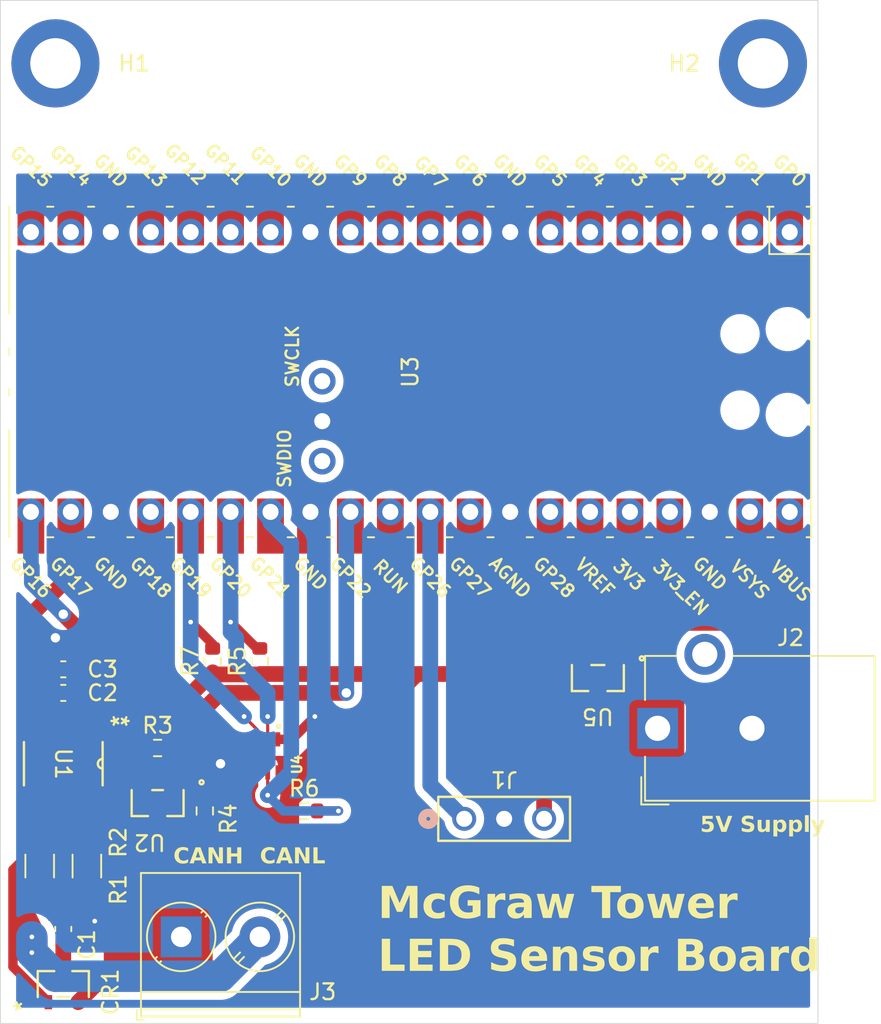
<source format=kicad_pcb>
(kicad_pcb (version 20240108) (generator "pcbnew") (generator_version "8.0")
  (layers (0 "F.Cu" signal) (31 "B.Cu" signal) (34 "B.Paste" user) (35 "F.Paste" user) (36 "B.SilkS" user "B.Silkscreen") (37 "F.SilkS" user "F.Silkscreen") (38 "B.Mask" user) (39 "F.Mask" user) (44 "Edge.Cuts" user))
  (net 0 "")
  (net 1 "GND")
  (net 2 "/CAN_VREF")
  (net 3 "VSYS")
  (net 4 "/CANH")
  (net 5 "/CANL")
  (net 6 "/MIC")
  (net 8 "VBARREL")
  (net 9 "/CAN_ENL")
  (net 10 "/CAN_RS")
  (net 11 "/L_SDA")
  (net 12 "/L_SCL")
  (net 13 "/L_INT")
  (net 14 "/CAN_TX")
  (net 15 "/CAN_RX")
  (net 23 "VBUS")
  (net 28 "+3V3")
  (footprint "TerminalBlock_Phoenix:TerminalBlock_Phoenix_PT-1,5-2-5.0-H_1x02_P5.00mm_Horizontal" (layer "F.Cu") (at 107.5 112)
    (property "Reference" "J3" (at 9 3.5 0) (layer "F.SilkS"))
    (property "Value" "Screw_Terminal_01x02" (hide yes))
    (fp_line (start -2.8 4.66) (end -2.8 5.3) (stroke (width 0.12)) (layer "F.SilkS"))
    (fp_line (start -2.8 5.3) (end -2.4 5.3) (stroke (width 0.12)) (layer "F.SilkS"))
    (fp_line (start -2.56 -4.06) (end -2.56 5.06) (stroke (width 0.12)) (layer "F.SilkS"))
    (fp_line (start -2.56 -4.06) (end 7.56 -4.06) (stroke (width 0.12)) (layer "F.SilkS"))
    (fp_line (start -2.56 3.5) (end 7.56 3.5) (stroke (width 0.12)) (layer "F.SilkS"))
    (fp_line (start -2.56 4.6) (end 7.56 4.6) (stroke (width 0.12)) (layer "F.SilkS"))
    (fp_line (start -2.56 5.06) (end 7.56 5.06) (stroke (width 0.12)) (layer "F.SilkS"))
    (fp_line (start -1.548 1.281) (end -1.654 1.388) (stroke (width 0.12)) (layer "F.SilkS"))
    (fp_line (start -1.282 1.547) (end -1.388 1.654) (stroke (width 0.12)) (layer "F.SilkS"))
    (fp_line (start 1.388 -1.654) (end 1.281 -1.547) (stroke (width 0.12)) (layer "F.SilkS"))
    (fp_line (start 1.654 -1.388) (end 1.547 -1.281) (stroke (width 0.12)) (layer "F.SilkS"))
    (fp_line (start 3.742 0.992) (end 3.347 1.388) (stroke (width 0.12)) (layer "F.SilkS"))
    (fp_line (start 3.993 1.274) (end 3.613 1.654) (stroke (width 0.12)) (layer "F.SilkS"))
    (fp_line (start 6.388 -1.654) (end 6.008 -1.274) (stroke (width 0.12)) (layer "F.SilkS"))
    (fp_line (start 6.654 -1.388) (end 6.259 -0.992) (stroke (width 0.12)) (layer "F.SilkS"))
    (fp_line (start 7.56 -4.06) (end 7.56 5.06) (stroke (width 0.12)) (layer "F.SilkS"))
    (fp_circle (center 0 0) (end 2.18 0) (stroke (width 0.12)) (fill none) (layer "F.SilkS"))
    (fp_circle (center 5 0) (end 7.18 0) (stroke (width 0.12)) (fill none) (layer "F.SilkS"))
    (pad "1" thru_hole rect (at 0 0) (size 2.6 2.6) (drill 1.3) (layers "*.Cu" "*.Mask") (net 4 "/CANH"))
    (pad "2" thru_hole circle (at 5 0) (size 2.6 2.6) (drill 1.3) (layers "*.Cu" "*.Mask") (net 5 "/CANL"))
  )
  (footprint "MountingHole:MountingHole_3.2mm_M3_DIN965_Pad" (layer "F.Cu") (at 99.5 56.5)
    (property "Reference" "H1" (at 5 0 0) (layer "F.SilkS"))
    (property "Value" "MountingHole" (hide yes))
    (pad "1" thru_hole circle (at 0 0) (size 5.6 5.6) (drill 3.2) (layers "*.Cu" "*.Mask"))
  )
  (footprint "pico:RPi_PicoW_SMD_TH" (layer "F.Cu") (at 122.07 76.11 -90)
    (property "Reference" "U3" (at 0 0 90) (layer "F.SilkS"))
    (property "Value" "PicoW" (hide yes))
    (fp_line (start -3.7 25.5) (end -10.5 25.5) (stroke (width 0.12)) (layer "F.SilkS"))
    (fp_line (start -1.5 25.5) (end -1.1 25.5) (stroke (width 0.12)) (layer "F.SilkS"))
    (fp_line (start 1.1 25.5) (end 1.5 25.5) (stroke (width 0.12)) (layer "F.SilkS"))
    (fp_line (start 10.5 25.5) (end 3.7 25.5) (stroke (width 0.12)) (layer "F.SilkS"))
    (fp_line (start -10.5 22.7) (end -10.5 23.1) (stroke (width 0.12)) (layer "F.SilkS"))
    (fp_line (start 10.5 22.7) (end 10.5 23.1) (stroke (width 0.12)) (layer "F.SilkS"))
    (fp_line (start -10.5 20.1) (end -10.5 20.5) (stroke (width 0.12)) (layer "F.SilkS"))
    (fp_line (start 10.5 20.1) (end 10.5 20.5) (stroke (width 0.12)) (layer "F.SilkS"))
    (fp_line (start -10.5 17.6) (end -10.5 18) (stroke (width 0.12)) (layer "F.SilkS"))
    (fp_line (start 10.5 17.6) (end 10.5 18) (stroke (width 0.12)) (layer "F.SilkS"))
    (fp_line (start -10.5 15.1) (end -10.5 15.5) (stroke (width 0.12)) (layer "F.SilkS"))
    (fp_line (start 10.5 15.1) (end 10.5 15.5) (stroke (width 0.12)) (layer "F.SilkS"))
    (fp_line (start -10.5 12.5) (end -10.5 12.9) (stroke (width 0.12)) (layer "F.SilkS"))
    (fp_line (start 10.5 12.5) (end 10.5 12.9) (stroke (width 0.12)) (layer "F.SilkS"))
    (fp_line (start -10.5 10) (end -10.5 10.4) (stroke (width 0.12)) (layer "F.SilkS"))
    (fp_line (start 10.5 10) (end 10.5 10.4) (stroke (width 0.12)) (layer "F.SilkS"))
    (fp_line (start -10.5 7.4) (end -10.5 7.8) (stroke (width 0.12)) (layer "F.SilkS"))
    (fp_line (start 10.5 7.4) (end 10.5 7.8) (stroke (width 0.12)) (layer "F.SilkS"))
    (fp_line (start -10.5 4.9) (end -10.5 5.3) (stroke (width 0.12)) (layer "F.SilkS"))
    (fp_line (start 10.5 4.9) (end 10.5 5.3) (stroke (width 0.12)) (layer "F.SilkS"))
    (fp_line (start -10.5 2.3) (end -10.5 2.7) (stroke (width 0.12)) (layer "F.SilkS"))
    (fp_line (start 10.5 2.3) (end 10.5 2.7) (stroke (width 0.12)) (layer "F.SilkS"))
    (fp_line (start -10.5 -0.2) (end -10.5 0.2) (stroke (width 0.12)) (layer "F.SilkS"))
    (fp_line (start 10.5 -0.2) (end 10.5 0.2) (stroke (width 0.12)) (layer "F.SilkS"))
    (fp_line (start -10.5 -2.7) (end -10.5 -2.3) (stroke (width 0.12)) (layer "F.SilkS"))
    (fp_line (start 10.5 -2.7) (end 10.5 -2.3) (stroke (width 0.12)) (layer "F.SilkS"))
    (fp_line (start -10.5 -5.3) (end -10.5 -4.9) (stroke (width 0.12)) (layer "F.SilkS"))
    (fp_line (start 10.5 -5.3) (end 10.5 -4.9) (stroke (width 0.12)) (layer "F.SilkS"))
    (fp_line (start -10.5 -7.8) (end -10.5 -7.4) (stroke (width 0.12)) (layer "F.SilkS"))
    (fp_line (start 10.5 -7.8) (end 10.5 -7.4) (stroke (width 0.12)) (layer "F.SilkS"))
    (fp_line (start -10.5 -10.4) (end -10.5 -10) (stroke (width 0.12)) (layer "F.SilkS"))
    (fp_line (start 10.5 -10.4) (end 10.5 -10) (stroke (width 0.12)) (layer "F.SilkS"))
    (fp_line (start -10.5 -12.9) (end -10.5 -12.5) (stroke (width 0.12)) (layer "F.SilkS"))
    (fp_line (start 10.5 -12.9) (end 10.5 -12.5) (stroke (width 0.12)) (layer "F.SilkS"))
    (fp_line (start -10.5 -15.4) (end -10.5 -15) (stroke (width 0.12)) (layer "F.SilkS"))
    (fp_line (start 10.5 -15.4) (end 10.5 -15) (stroke (width 0.12)) (layer "F.SilkS"))
    (fp_line (start -10.5 -18) (end -10.5 -17.6) (stroke (width 0.12)) (layer "F.SilkS"))
    (fp_line (start 10.5 -18) (end 10.5 -17.6) (stroke (width 0.12)) (layer "F.SilkS"))
    (fp_line (start -10.5 -20.5) (end -10.5 -20.1) (stroke (width 0.12)) (layer "F.SilkS"))
    (fp_line (start 10.5 -20.5) (end 10.5 -20.1) (stroke (width 0.12)) (layer "F.SilkS"))
    (fp_line (start -10.5 -22.833) (end -7.493 -22.833) (stroke (width 0.12)) (layer "F.SilkS"))
    (fp_line (start -7.493 -22.833) (end -7.493 -25.5) (stroke (width 0.12)) (layer "F.SilkS"))
    (fp_line (start -10.5 -23.1) (end -10.5 -22.7) (stroke (width 0.12)) (layer "F.SilkS"))
    (fp_line (start 10.5 -23.1) (end 10.5 -22.7) (stroke (width 0.12)) (layer "F.SilkS"))
    (fp_line (start -10.5 -25.5) (end -10.5 -25.2) (stroke (width 0.12)) (layer "F.SilkS"))
    (fp_line (start -10.5 -25.5) (end 10.5 -25.5) (stroke (width 0.12)) (layer "F.SilkS"))
    (fp_line (start 10.5 -25.5) (end 10.5 -25.2) (stroke (width 0.12)) (layer "F.SilkS"))
    (fp_text user "3V3" (at 12.9 -13.9 135) (layer "F.SilkS") (effects (font (size 0.8 0.8))))
    (fp_text user "GP26" (at 13.054 -1.27 135) (layer "F.SilkS") (effects (font (size 0.8 0.8))))
    (fp_text user "GP1" (at -12.9 -21.6 135) (layer "F.SilkS") (effects (font (size 0.8 0.8))))
    (fp_text user "GP7" (at -12.7 -1.3 135) (layer "F.SilkS") (effects (font (size 0.8 0.8))))
    (fp_text user "GP11" (at -13.2 11.7525 135) (layer "F.SilkS") (effects (font (size 0.8 0.8))))
    (fp_text user "SWDIO" (at 5.5 8 90) (layer "F.SilkS") (effects (font (size 0.8 0.8))))
    (fp_text user "GP4" (at -12.8 -11.43 135) (layer "F.SilkS") (effects (font (size 0.8 0.8))))
    (fp_text user "GP12" (at -13.2 14.2925 135) (layer "F.SilkS") (effects (font (size 0.8 0.8))))
    (fp_text user "GP27" (at 13.054 -3.8 135) (layer "F.SilkS") (effects (font (size 0.8 0.8))))
    (fp_text user "GP13" (at -13.054 16.8325 135) (layer "F.SilkS") (effects (font (size 0.8 0.8))))
    (fp_text user "GP0" (at -12.8 -24.13 135) (layer "F.SilkS") (effects (font (size 0.8 0.8))))
    (fp_text user "GP17" (at 13.054 21.59 135) (layer "F.SilkS") (effects (font (size 0.8 0.8))))
    (fp_text user "GND" (at 12.8 6.35 135) (layer "F.SilkS") (effects (font (size 0.8 0.8))))
    (fp_text user "GP2" (at -12.9 -16.51 135) (layer "F.SilkS") (effects (font (size 0.8 0.8))))
    (fp_text user "VSYS" (at 13.2 -21.59 135) (layer "F.SilkS") (effects (font (size 0.8 0.8))))
    (fp_text user "GP9" (at -12.8 3.81 135) (layer "F.SilkS") (effects (font (size 0.8 0.8))))
    (fp_text user "GND" (at -12.8 19.05 135) (layer "F.SilkS") (effects (font (size 0.8 0.8))))
    (fp_text user "GND" (at -12.8 -6.35 135) (layer "F.SilkS") (effects (font (size 0.8 0.8))))
    (fp_text user "VREF" (at 13.0675 -11.7425 135) (layer "F.SilkS") (effects (font (size 0.8 0.8))))
    (fp_text user "RUN" (at 13 1.27 135) (layer "F.SilkS") (effects (font (size 0.8 0.8))))
    (fp_text user "SWCLK" (at -1 7.5 90) (layer "F.SilkS") (effects (font (size 0.8 0.8))))
    (fp_text user "GND" (at -12.8 -19.05 135) (layer "F.SilkS") (effects (font (size 0.8 0.8))))
    (fp_text user "GP8" (at -12.8 1.27 135) (layer "F.SilkS") (effects (font (size 0.8 0.8))))
    (fp_text user "VBUS" (at 13.3 -24.2 135) (layer "F.SilkS") (effects (font (size 0.8 0.8))))
    (fp_text user "GP15" (at -13.054 24.13 135) (layer "F.SilkS") (effects (font (size 0.8 0.8))))
    (fp_text user "GP3" (at -12.8 -13.97 135) (layer "F.SilkS") (effects (font (size 0.8 0.8))))
    (fp_text user "GP6" (at -12.8 -3.81 135) (layer "F.SilkS") (effects (font (size 0.8 0.8))))
    (fp_text user "GP21" (at 13.054 8.9 135) (layer "F.SilkS") (effects (font (size 0.8 0.8))))
    (fp_text user "GP10" (at -13.054 8.89 135) (layer "F.SilkS") (effects (font (size 0.8 0.8))))
    (fp_text user "AGND" (at 13.054 -6.35 135) (layer "F.SilkS") (effects (font (size 0.8 0.8))))
    (fp_text user "GND" (at -12.8 6.35 135) (layer "F.SilkS") (effects (font (size 0.8 0.8))))
    (fp_text user "GP19" (at 13.054 13.97 135) (layer "F.SilkS") (effects (font (size 0.8 0.8))))
    (fp_text user "GND" (at 12.8 -19.05 135) (layer "F.SilkS") (effects (font (size 0.8 0.8))))
    (fp_text user "3V3_EN" (at 13.7 -17.2 135) (layer "F.SilkS") (effects (font (size 0.8 0.8))))
    (fp_text user "GP5" (at -12.8 -8.89 135) (layer "F.SilkS") (effects (font (size 0.8 0.8))))
    (fp_text user "GP14" (at -13.1 21.59 135) (layer "F.SilkS") (effects (font (size 0.8 0.8))))
    (fp_text user "GP16" (at 13.054 24.13 135) (layer "F.SilkS") (effects (font (size 0.8 0.8))))
    (fp_text user "GP20" (at 13.054 11.43 135) (layer "F.SilkS") (effects (font (size 0.8 0.8))))
    (fp_text user "GP22" (at 13.054 3.81 135) (layer "F.SilkS") (effects (font (size 0.8 0.8))))
    (fp_text user "GP28" (at 13.054 -9.144 135) (layer "F.SilkS") (effects (font (size 0.8 0.8))))
    (fp_text user "GND" (at 12.8 19.05 135) (layer "F.SilkS") (effects (font (size 0.8 0.8))))
    (fp_text user "GP18" (at 13.054 16.51 135) (layer "F.SilkS") (effects (font (size 0.8 0.8))))
    (pad "" np_thru_hole oval (at -2.725 -24 270) (size 1.8 1.8) (drill 1.8) (layers "*.Cu" "*.Mask"))
    (pad "" np_thru_hole oval (at -2.425 -20.97 270) (size 1.5 1.5) (drill 1.5) (layers "*.Cu" "*.Mask"))
    (pad "" np_thru_hole oval (at 2.425 -20.97 270) (size 1.5 1.5) (drill 1.5) (layers "*.Cu" "*.Mask"))
    (pad "" np_thru_hole oval (at 2.725 -24 270) (size 1.8 1.8) (drill 1.8) (layers "*.Cu" "*.Mask"))
    (pad "1" thru_hole oval (at -8.89 -24.13 270) (size 1.7 1.7) (drill 1.02) (layers "*.Cu" "*.Mask"))
    (pad "1" smd rect (at -8.89 -24.13 270) (size 3.5 1.7) (drill (offset -0.9 0)) (layers "F.Cu" "F.Mask"))
    (pad "2" thru_hole oval (at -8.89 -21.59 270) (size 1.7 1.7) (drill 1.02) (layers "*.Cu" "*.Mask"))
    (pad "2" smd rect (at -8.89 -21.59 270) (size 3.5 1.7) (drill (offset -0.9 0)) (layers "F.Cu" "F.Mask"))
    (pad "3" thru_hole rect (at -8.89 -19.05 270) (size 1.7 1.7) (drill 1.02) (layers "*.Cu" "*.Mask") (net 1 "GND"))
    (pad "3" smd rect (at -8.89 -19.05 270) (size 3.5 1.7) (drill (offset -0.9 0)) (layers "F.Cu" "F.Mask") (net 1 "GND"))
    (pad "4" thru_hole oval (at -8.89 -16.51 270) (size 1.7 1.7) (drill 1.02) (layers "*.Cu" "*.Mask"))
    (pad "4" smd rect (at -8.89 -16.51 270) (size 3.5 1.7) (drill (offset -0.9 0)) (layers "F.Cu" "F.Mask"))
    (pad "5" thru_hole oval (at -8.89 -13.97 270) (size 1.7 1.7) (drill 1.02) (layers "*.Cu" "*.Mask"))
    (pad "5" smd rect (at -8.89 -13.97 270) (size 3.5 1.7) (drill (offset -0.9 0)) (layers "F.Cu" "F.Mask"))
    (pad "6" thru_hole oval (at -8.89 -11.43 270) (size 1.7 1.7) (drill 1.02) (layers "*.Cu" "*.Mask"))
    (pad "6" smd rect (at -8.89 -11.43 270) (size 3.5 1.7) (drill (offset -0.9 0)) (layers "F.Cu" "F.Mask"))
    (pad "7" thru_hole oval (at -8.89 -8.89 270) (size 1.7 1.7) (drill 1.02) (layers "*.Cu" "*.Mask"))
    (pad "7" smd rect (at -8.89 -8.89 270) (size 3.5 1.7) (drill (offset -0.9 0)) (layers "F.Cu" "F.Mask"))
    (pad "8" thru_hole rect (at -8.89 -6.35 270) (size 1.7 1.7) (drill 1.02) (layers "*.Cu" "*.Mask") (net 1 "GND"))
    (pad "8" smd rect (at -8.89 -6.35 270) (size 3.5 1.7) (drill (offset -0.9 0)) (layers "F.Cu" "F.Mask") (net 1 "GND"))
    (pad "9" thru_hole oval (at -8.89 -3.81 270) (size 1.7 1.7) (drill 1.02) (layers "*.Cu" "*.Mask"))
    (pad "9" smd rect (at -8.89 -3.81 270) (size 3.5 1.7) (drill (offset -0.9 0)) (layers "F.Cu" "F.Mask"))
    (pad "10" thru_hole oval (at -8.89 -1.27 270) (size 1.7 1.7) (drill 1.02) (layers "*.Cu" "*.Mask"))
    (pad "10" smd rect (at -8.89 -1.27 270) (size 3.5 1.7) (drill (offset -0.9 0)) (layers "F.Cu" "F.Mask"))
    (pad "11" thru_hole oval (at -8.89 1.27 270) (size 1.7 1.7) (drill 1.02) (layers "*.Cu" "*.Mask"))
    (pad "11" smd rect (at -8.89 1.27 270) (size 3.5 1.7) (drill (offset -0.9 0)) (layers "F.Cu" "F.Mask"))
    (pad "12" thru_hole oval (at -8.89 3.81 270) (size 1.7 1.7) (drill 1.02) (layers "*.Cu" "*.Mask"))
    (pad "12" smd rect (at -8.89 3.81 270) (size 3.5 1.7) (drill (offset -0.9 0)) (layers "F.Cu" "F.Mask"))
    (pad "13" thru_hole rect (at -8.89 6.35 270) (size 1.7 1.7) (drill 1.02) (layers "*.Cu" "*.Mask") (net 1 "GND"))
    (pad "13" smd rect (at -8.89 6.35 270) (size 3.5 1.7) (drill (offset -0.9 0)) (layers "F.Cu" "F.Mask") (net 1 "GND"))
    (pad "14" thru_hole oval (at -8.89 8.89 270) (size 1.7 1.7) (drill 1.02) (layers "*.Cu" "*.Mask"))
    (pad "14" smd rect (at -8.89 8.89 270) (size 3.5 1.7) (drill (offset -0.9 0)) (layers "F.Cu" "F.Mask"))
    (pad "15" thru_hole oval (at -8.89 11.43 270) (size 1.7 1.7) (drill 1.02) (layers "*.Cu" "*.Mask"))
    (pad "15" smd rect (at -8.89 11.43 270) (size 3.5 1.7) (drill (offset -0.9 0)) (layers "F.Cu" "F.Mask"))
    (pad "16" thru_hole oval (at -8.89 13.97 270) (size 1.7 1.7) (drill 1.02) (layers "*.Cu" "*.Mask"))
    (pad "16" smd rect (at -8.89 13.97 270) (size 3.5 1.7) (drill (offset -0.9 0)) (layers "F.Cu" "F.Mask"))
    (pad "17" thru_hole oval (at -8.89 16.51 270) (size 1.7 1.7) (drill 1.02) (layers "*.Cu" "*.Mask"))
    (pad "17" smd rect (at -8.89 16.51 270) (size 3.5 1.7) (drill (offset -0.9 0)) (layers "F.Cu" "F.Mask"))
    (pad "18" thru_hole rect (at -8.89 19.05 270) (size 1.7 1.7) (drill 1.02) (layers "*.Cu" "*.Mask") (net 1 "GND"))
    (pad "18" smd rect (at -8.89 19.05 270) (size 3.5 1.7) (drill (offset -0.9 0)) (layers "F.Cu" "F.Mask") (net 1 "GND"))
    (pad "19" thru_hole oval (at -8.89 21.59 270) (size 1.7 1.7) (drill 1.02) (layers "*.Cu" "*.Mask"))
    (pad "19" smd rect (at -8.89 21.59 270) (size 3.5 1.7) (drill (offset -0.9 0)) (layers "F.Cu" "F.Mask"))
    (pad "20" thru_hole oval (at -8.89 24.13 270) (size 1.7 1.7) (drill 1.02) (layers "*.Cu" "*.Mask"))
    (pad "20" smd rect (at -8.89 24.13 270) (size 3.5 1.7) (drill (offset -0.9 0)) (layers "F.Cu" "F.Mask"))
    (pad "21" thru_hole oval (at 8.89 24.13 270) (size 1.7 1.7) (drill 1.02) (layers "*.Cu" "*.Mask") (net 14 "/CAN_TX"))
    (pad "21" smd rect (at 8.89 24.13 270) (size 3.5 1.7) (drill (offset 0.9 0)) (layers "F.Cu" "F.Mask") (net 14 "/CAN_TX"))
    (pad "22" thru_hole oval (at 8.89 21.59 270) (size 1.7 1.7) (drill 1.02) (layers "*.Cu" "*.Mask") (net 15 "/CAN_RX"))
    (pad "22" smd rect (at 8.89 21.59 270) (size 3.5 1.7) (drill (offset 0.9 0)) (layers "F.Cu" "F.Mask") (net 15 "/CAN_RX"))
    (pad "23" thru_hole rect (at 8.89 19.05 270) (size 1.7 1.7) (drill 1.02) (layers "*.Cu" "*.Mask") (net 1 "GND"))
    (pad "23" smd rect (at 8.89 19.05 270) (size 3.5 1.7) (drill (offset 0.9 0)) (layers "F.Cu" "F.Mask") (net 1 "GND"))
    (pad "24" thru_hole oval (at 8.89 16.51 270) (size 1.7 1.7) (drill 1.02) (layers "*.Cu" "*.Mask"))
    (pad "24" smd rect (at 8.89 16.51 270) (size 3.5 1.7) (drill (offset 0.9 0)) (layers "F.Cu" "F.Mask"))
    (pad "25" thru_hole oval (at 8.89 13.97 270) (size 1.7 1.7) (drill 1.02) (layers "*.Cu" "*.Mask") (net 13 "/L_INT"))
    (pad "25" smd rect (at 8.89 13.97 270) (size 3.5 1.7) (drill (offset 0.9 0)) (layers "F.Cu" "F.Mask") (net 13 "/L_INT"))
    (pad "26" thru_hole oval (at 8.89 11.43 270) (size 1.7 1.7) (drill 1.02) (layers "*.Cu" "*.Mask") (net 11 "/L_SDA"))
    (pad "26" smd rect (at 8.89 11.43 270) (size 3.5 1.7) (drill (offset 0.9 0)) (layers "F.Cu" "F.Mask") (net 11 "/L_SDA"))
    (pad "27" thru_hole oval (at 8.89 8.89 270) (size 1.7 1.7) (drill 1.02) (layers "*.Cu" "*.Mask") (net 12 "/L_SCL"))
    (pad "27" smd rect (at 8.89 8.89 270) (size 3.5 1.7) (drill (offset 0.9 0)) (layers "F.Cu" "F.Mask") (net 12 "/L_SCL"))
    (pad "28" thru_hole rect (at 8.89 6.35 270) (size 1.7 1.7) (drill 1.02) (layers "*.Cu" "*.Mask") (net 1 "GND"))
    (pad "28" smd rect (at 8.89 6.35 270) (size 3.5 1.7) (drill (offset 0.9 0)) (layers "F.Cu" "F.Mask") (net 1 "GND"))
    (pad "29" thru_hole oval (at 8.89 3.81 270) (size 1.7 1.7) (drill 1.02) (layers "*.Cu" "*.Mask") (net 9 "/CAN_ENL"))
    (pad "29" smd rect (at 8.89 3.81 270) (size 3.5 1.7) (drill (offset 0.9 0)) (layers "F.Cu" "F.Mask") (net 9 "/CAN_ENL"))
    (pad "30" thru_hole oval (at 8.89 1.27 270) (size 1.7 1.7) (drill 1.02) (layers "*.Cu" "*.Mask"))
    (pad "30" smd rect (at 8.89 1.27 270) (size 3.5 1.7) (drill (offset 0.9 0)) (layers "F.Cu" "F.Mask"))
    (pad "31" thru_hole oval (at 8.89 -1.27 270) (size 1.7 1.7) (drill 1.02) (layers "*.Cu" "*.Mask") (net 6 "/MIC"))
    (pad "31" smd rect (at 8.89 -1.27 270) (size 3.5 1.7) (drill (offset 0.9 0)) (layers "F.Cu" "F.Mask") (net 6 "/MIC"))
    (pad "32" thru_hole oval (at 8.89 -3.81 270) (size 1.7 1.7) (drill 1.02) (layers "*.Cu" "*.Mask"))
    (pad "32" smd rect (at 8.89 -3.81 270) (size 3.5 1.7) (drill (offset 0.9 0)) (layers "F.Cu" "F.Mask"))
    (pad "33" thru_hole rect (at 8.89 -6.35 270) (size 1.7 1.7) (drill 1.02) (layers "*.Cu" "*.Mask") (net 1 "GND"))
    (pad "33" smd rect (at 8.89 -6.35 270) (size 3.5 1.7) (drill (offset 0.9 0)) (layers "F.Cu" "F.Mask") (net 1 "GND"))
    (pad "34" thru_hole oval (at 8.89 -8.89 270) (size 1.7 1.7) (drill 1.02) (layers "*.Cu" "*.Mask"))
    (pad "34" smd rect (at 8.89 -8.89 270) (size 3.5 1.7) (drill (offset 0.9 0)) (layers "F.Cu" "F.Mask"))
    (pad "35" thru_hole oval (at 8.89 -11.43 270) (size 1.7 1.7) (drill 1.02) (layers "*.Cu" "*.Mask"))
    (pad "35" smd rect (at 8.89 -11.43 270) (size 3.5 1.7) (drill (offset 0.9 0)) (layers "F.Cu" "F.Mask"))
    (pad "36" thru_hole oval (at 8.89 -13.97 270) (size 1.7 1.7) (drill 1.02) (layers "*.Cu" "*.Mask") (net 28 "+3V3"))
    (pad "36" smd rect (at 8.89 -13.97 270) (size 3.5 1.7) (drill (offset 0.9 0)) (layers "F.Cu" "F.Mask") (net 28 "+3V3"))
    (pad "37" thru_hole oval (at 8.89 -16.51 270) (size 1.7 1.7) (drill 1.02) (layers "*.Cu" "*.Mask"))
    (pad "37" smd rect (at 8.89 -16.51 270) (size 3.5 1.7) (drill (offset 0.9 0)) (layers "F.Cu" "F.Mask"))
    (pad "38" thru_hole rect (at 8.89 -19.05 270) (size 1.7 1.7) (drill 1.02) (layers "*.Cu" "*.Mask") (net 1 "GND"))
    (pad "38" smd rect (at 8.89 -19.05 270) (size 3.5 1.7) (drill (offset 0.9 0)) (layers "F.Cu" "F.Mask") (net 1 "GND"))
    (pad "39" thru_hole oval (at 8.89 -21.59 270) (size 1.7 1.7) (drill 1.02) (layers "*.Cu" "*.Mask") (net 3 "VSYS"))
    (pad "39" smd rect (at 8.89 -21.59 270) (size 3.5 1.7) (drill (offset 0.9 0)) (layers "F.Cu" "F.Mask") (net 3 "VSYS"))
    (pad "40" thru_hole oval (at 8.89 -24.13 270) (size 1.7 1.7) (drill 1.02) (layers "*.Cu" "*.Mask") (net 23 "VBUS"))
    (pad "40" smd rect (at 8.89 -24.13 270) (size 3.5 1.7) (drill (offset 0.9 0)) (layers "F.Cu" "F.Mask") (net 23 "VBUS"))
    (pad "41" thru_hole oval (at 0.5841 5.6 270) (size 1.7 1.7) (drill 1.02) (layers "*.Cu" "*.Mask"))
    (pad "42" thru_hole rect (at 3.1241 5.6 270) (size 1.7 1.7) (drill 1.02) (layers "*.Cu" "*.Mask") (net 1 "GND"))
    (pad "43" thru_hole oval (at 5.6641 5.6 270) (size 1.7 1.7) (drill 1.02) (layers "*.Cu" "*.Mask"))
  )
  (footprint "CAN:D8" (layer "F.Cu") (at 100 101 -90)
    (property "Reference" "U1" (at 0 0 -90) (layer "F.SilkS"))
    (property "Value" "SN65HVD230DR" (hide yes))
    (fp_line (start -1.373653 2.5019) (end 1.373653 2.5019) (stroke (width 0.1524)) (layer "F.SilkS"))
    (fp_line (start 1.373653 -2.5019) (end -1.373653 -2.5019) (stroke (width 0.1524)) (layer "F.SilkS"))
    (fp_arc (start 0.3048 -2.5019) (mid 0 -2.1971) (end -0.3048 -2.5019) (stroke (width 0.1524)) (layer "F.SilkS"))
    (fp_text user "*" (at -2.7178 -3.6068 -90) (layer "F.SilkS"))
    (fp_text user "*" (at -2.7178 -3.6068 90) (layer "F.SilkS"))
    (pad "1" smd rect (at -2.4638 -1.905 270) (size 1.9812 0.5588) (layers "F.Cu" "F.Paste" "F.Mask") (net 14 "/CAN_TX"))
    (pad "2" smd rect (at -2.4638 -0.635 270) (size 1.9812 0.5588) (layers "F.Cu" "F.Paste" "F.Mask") (net 1 "GND"))
    (pad "3" smd rect (at -2.4638 0.635 270) (size 1.9812 0.5588) (layers "F.Cu" "F.Paste" "F.Mask") (net 28 "+3V3"))
    (pad "4" smd rect (at -2.4638 1.905 270) (size 1.9812 0.5588) (layers "F.Cu" "F.Paste" "F.Mask") (net 15 "/CAN_RX"))
    (pad "5" smd rect (at 2.4638 1.905 270) (size 1.9812 0.5588) (layers "F.Cu" "F.Paste" "F.Mask") (net 2 "/CAN_VREF"))
    (pad "6" smd rect (at 2.4638 0.635 270) (size 1.9812 0.5588) (layers "F.Cu" "F.Paste" "F.Mask") (net 5 "/CANL"))
    (pad "7" smd rect (at 2.4638 -0.635 270) (size 1.9812 0.5588) (layers "F.Cu" "F.Paste" "F.Mask") (net 4 "/CANH"))
    (pad "8" smd rect (at 2.4638 -1.905 270) (size 1.9812 0.5588) (layers "F.Cu" "F.Paste" "F.Mask") (net 10 "/CAN_RS"))
  )
  (footprint "Resistor_SMD:R_1206_3216Metric" (layer "F.Cu") (at 101.5 107.5 -90)
    (property "Reference" "R1" (at 1.5 -2 90) (layer "F.SilkS"))
    (property "Value" "60Ω" (hide yes))
    (fp_line (start -0.727064 0.91) (end 0.727064 0.91) (stroke (width 0.12)) (layer "F.SilkS"))
    (fp_line (start -0.727064 -0.91) (end 0.727064 -0.91) (stroke (width 0.12)) (layer "F.SilkS"))
    (pad "1" smd roundrect (at -1.4625 0 270) (size 1.125 1.75) (layers "F.Cu" "F.Paste" "F.Mask") (roundrect_rratio 0.222222) (net 4 "/CANH"))
    (pad "2" smd roundrect (at 1.4625 0 270) (size 1.125 1.75) (layers "F.Cu" "F.Paste" "F.Mask") (roundrect_rratio 0.222222) (net 2 "/CAN_VREF"))
  )
  (footprint "Resistor_SMD:R_0603_1608Metric" (layer "F.Cu") (at 115.325 104)
    (property "Reference" "R6" (at 0 -1.43 0) (layer "F.SilkS"))
    (property "Value" "4.7KΩ" (hide yes))
    (fp_line (start -0.237258 -0.5225) (end 0.237258 -0.5225) (stroke (width 0.12)) (layer "F.SilkS"))
    (fp_line (start -0.237258 0.5225) (end 0.237258 0.5225) (stroke (width 0.12)) (layer "F.SilkS"))
    (pad "1" smd roundrect (at -0.825 0) (size 0.8 0.95) (layers "F.Cu" "F.Paste" "F.Mask") (net 28 "+3V3"))
    (pad "2" smd roundrect (at 0.825 0) (size 0.8 0.95) (layers "F.Cu" "F.Paste" "F.Mask") (net 12 "/L_SCL"))
  )
  (footprint "MountingHole:MountingHole_3.2mm_M3_DIN965_Pad" (layer "F.Cu") (at 144.5 56.5)
    (property "Reference" "H2" (at -5 0 0) (layer "F.SilkS"))
    (property "Value" "MountingHole" (hide yes))
    (pad "1" thru_hole circle (at 0 0) (size 5.6 5.6) (drill 3.2) (layers "*.Cu" "*.Mask"))
  )
  (footprint "Capacitor_SMD:C_0603_1608Metric" (layer "F.Cu") (at 100 111.5 -90)
    (property "Reference" "C1" (at 1 -1.5 90) (layer "F.SilkS"))
    (property "Value" "4.7uF" (hide yes))
    (fp_line (start -0.14058 0.51) (end 0.14058 0.51) (stroke (width 0.12)) (layer "F.SilkS"))
    (fp_line (start -0.14058 -0.51) (end 0.14058 -0.51) (stroke (width 0.12)) (layer "F.SilkS"))
    (pad "1" smd roundrect (at -0.775 0 270) (size 0.9 0.95) (layers "F.Cu" "F.Paste" "F.Mask") (net 2 "/CAN_VREF"))
    (pad "2" smd roundrect (at 0.775 0 270) (size 0.9 0.95) (layers "F.Cu" "F.Paste" "F.Mask") (net 1 "GND"))
  )
  (footprint "veml6030_gs15:VISHAY_VEML6030_2X2X0.87" (layer "F.Cu") (at 113 100.5 -90)
    (property "Reference" "U4" (at 0.55234 -1.868142 90) (layer "F.SilkS") (effects (font (size 0.600365 0.600365))))
    (property "Value" "VEML6030-GS15" (hide yes))
    (fp_circle (center -1.87 -0.699) (end -1.82 -0.699) (stroke (width 0.127)) (fill none) (layer "F.SilkS"))
    (pad "1" smd rect (at -1.05 -0.65 270) (size 0.9 0.3) (layers "F.Cu" "F.Paste" "F.Mask") (net 1 "GND"))
    (pad "2" smd rect (at -1.05 0 270) (size 0.9 0.3) (layers "F.Cu" "F.Paste" "F.Mask") (net 11 "/L_SDA"))
    (pad "3" smd rect (at -1.05 0.65 270) (size 0.9 0.3) (layers "F.Cu" "F.Paste" "F.Mask") (net 13 "/L_INT"))
    (pad "4" smd rect (at 1.05 0.65 270) (size 0.9 0.3) (layers "F.Cu" "F.Paste" "F.Mask") (net 28 "+3V3"))
    (pad "5" smd rect (at 1.05 0 270) (size 0.9 0.3) (layers "F.Cu" "F.Paste" "F.Mask") (net 12 "/L_SCL"))
    (pad "6" smd rect (at 1.05 -0.65 270) (size 0.9 0.3) (layers "F.Cu" "F.Paste" "F.Mask") (net 28 "+3V3"))
  )
  (footprint "Resistor_SMD:R_0603_1608Metric" (layer "F.Cu") (at 109 104 90)
    (property "Reference" "R4" (at -0.5 1.5 90) (layer "F.SilkS"))
    (property "Value" "10KΩ" (hide yes))
    (fp_line (start -0.237258 -0.5225) (end 0.237258 -0.5225) (stroke (width 0.12)) (layer "F.SilkS"))
    (fp_line (start -0.237258 0.5225) (end 0.237258 0.5225) (stroke (width 0.12)) (layer "F.SilkS"))
    (pad "1" smd roundrect (at -0.825 0 90) (size 0.8 0.95) (layers "F.Cu" "F.Paste" "F.Mask") (net 10 "/CAN_RS"))
    (pad "2" smd roundrect (at 0.825 0 90) (size 0.8 0.95) (layers "F.Cu" "F.Paste" "F.Mask") (net 1 "GND"))
  )
  (footprint "Resistor_SMD:R_0603_1608Metric" (layer "F.Cu") (at 109.5 94.5 90)
    (property "Reference" "R7" (at 0 -1.43 90) (layer "F.SilkS"))
    (property "Value" "10KΩ" (hide yes))
    (fp_line (start -0.237258 -0.5225) (end 0.237258 -0.5225) (stroke (width 0.12)) (layer "F.SilkS"))
    (fp_line (start -0.237258 0.5225) (end 0.237258 0.5225) (stroke (width 0.12)) (layer "F.SilkS"))
    (pad "1" smd roundrect (at -0.825 0 90) (size 0.8 0.95) (layers "F.Cu" "F.Paste" "F.Mask") (net 28 "+3V3"))
    (pad "2" smd roundrect (at 0.825 0 90) (size 0.8 0.95) (layers "F.Cu" "F.Paste" "F.Mask") (net 13 "/L_INT"))
  )
  (footprint "pptc031lfbn:CONN_PPTC031_SUL" (layer "F.Cu") (at 125.5 104.5 180)
    (property "Reference" "J1" (at -2.54 2.5 180) (layer "F.SilkS"))
    (property "Value" "PPTC031LFBN-RC" (hide yes))
    (fp_circle (center 2.286 0) (end 2.667 0) (stroke (width 0.508)) (fill none) (layer "B.SilkS"))
    (fp_line (start 1.651 1.397) (end 1.651 -1.397) (stroke (width 0.1524)) (layer "F.SilkS"))
    (fp_line (start 1.651 -1.397) (end -6.731 -1.397) (stroke (width 0.1524)) (layer "F.SilkS"))
    (fp_line (start -6.731 1.397) (end 1.651 1.397) (stroke (width 0.1524)) (layer "F.SilkS"))
    (fp_line (start -6.731 -1.397) (end -6.731 1.397) (stroke (width 0.1524)) (layer "F.SilkS"))
    (fp_circle (center 2.286 0) (end 2.667 0) (stroke (width 0.508)) (fill none) (layer "F.SilkS"))
    (pad "1" thru_hole circle (at 0 0 180) (size 1.524 1.524) (drill 1.016) (layers "*.Cu" "*.Mask") (net 6 "/MIC"))
    (pad "2" thru_hole circle (at -2.54 0 180) (size 1.524 1.524) (drill 1.016) (layers "*.Cu" "*.Mask") (net 1 "GND"))
    (pad "3" thru_hole circle (at -5.08 0 180) (size 1.524 1.524) (drill 1.016) (layers "*.Cu" "*.Mask") (net 28 "+3V3"))
  )
  (footprint "Resistor_SMD:R_1206_3216Metric" (layer "F.Cu") (at 98.5 107.5 90)
    (property "Reference" "R2" (at 1.5 5 90) (layer "F.SilkS"))
    (property "Value" "60Ω" (hide yes))
    (fp_line (start -0.727064 -0.91) (end 0.727064 -0.91) (stroke (width 0.12)) (layer "F.SilkS"))
    (fp_line (start -0.727064 0.91) (end 0.727064 0.91) (stroke (width 0.12)) (layer "F.SilkS"))
    (pad "1" smd roundrect (at -1.4625 0 90) (size 1.125 1.75) (layers "F.Cu" "F.Paste" "F.Mask") (roundrect_rratio 0.222222) (net 2 "/CAN_VREF"))
    (pad "2" smd roundrect (at 1.4625 0 90) (size 1.125 1.75) (layers "F.Cu" "F.Paste" "F.Mask") (roundrect_rratio 0.222222) (net 5 "/CANL"))
  )
  (footprint "Capacitor_SMD:C_0603_1608Metric" (layer "F.Cu") (at 100 96.5)
    (property "Reference" "C2" (at 2.5 0 0) (layer "F.SilkS"))
    (property "Value" "10uF" (hide yes))
    (fp_line (start -0.14058 -0.51) (end 0.14058 -0.51) (stroke (width 0.12)) (layer "F.SilkS"))
    (fp_line (start -0.14058 0.51) (end 0.14058 0.51) (stroke (width 0.12)) (layer "F.SilkS"))
    (pad "1" smd roundrect (at -0.775 0) (size 0.9 0.95) (layers "F.Cu" "F.Paste" "F.Mask") (net 28 "+3V3"))
    (pad "2" smd roundrect (at 0.775 0) (size 0.9 0.95) (layers "F.Cu" "F.Paste" "F.Mask") (net 1 "GND"))
  )
  (footprint "pesd:SOT23_PESD1_NEX" (layer "F.Cu") (at 100 115 90)
    (property "Reference" "CR1" (at -0.5 3 90) (layer "F.SilkS"))
    (property "Value" "PESD1CAN_215" (hide yes))
    (fp_line (start 0.8255 -1.6256) (end -0.8255 -1.6256) (stroke (width 0.1524)) (layer "F.SilkS"))
    (fp_line (start 0.8255 -0.57404) (end 0.8255 -1.6256) (stroke (width 0.1524)) (layer "F.SilkS"))
    (fp_line (start -0.8255 -0.375961) (end -0.8255 0.375961) (stroke (width 0.1524)) (layer "F.SilkS"))
    (fp_line (start 0.8255 1.6256) (end 0.8255 0.57404) (stroke (width 0.1524)) (layer "F.SilkS"))
    (fp_line (start -0.8255 1.6256) (end 0.8255 1.6256) (stroke (width 0.1524)) (layer "F.SilkS"))
    (fp_text user "*" (at -1.40335 -2.5756 90) (layer "F.SilkS"))
    (fp_text user "*" (at -1.40335 -2.5756 90) (layer "F.SilkS"))
    (pad "1" smd rect (at -1.14935 -0.950001 90) (size 0.9017 0.4826) (layers "F.Cu" "F.Paste" "F.Mask") (net 5 "/CANL"))
    (pad "2" smd rect (at -1.14935 0.950001 90) (size 0.9017 0.4826) (layers "F.Cu" "F.Paste" "F.Mask") (net 4 "/CANH"))
    (pad "3" smd rect (at 1.14935 0 90) (size 0.9017 0.4826) (layers "F.Cu" "F.Paste" "F.Mask") (net 1 "GND"))
  )
  (footprint "Resistor_SMD:R_0603_1608Metric" (layer "F.Cu") (at 106 100)
    (property "Reference" "R3" (at 0 -1.43 0) (layer "F.SilkS"))
    (property "Value" "100KΩ" (hide yes))
    (fp_line (start -0.237258 -0.5225) (end 0.237258 -0.5225) (stroke (width 0.12)) (layer "F.SilkS"))
    (fp_line (start -0.237258 0.5225) (end 0.237258 0.5225) (stroke (width 0.12)) (layer "F.SilkS"))
    (pad "1" smd roundrect (at -0.825 0) (size 0.8 0.95) (layers "F.Cu" "F.Paste" "F.Mask") (net 28 "+3V3"))
    (pad "2" smd roundrect (at 0.825 0) (size 0.8 0.95) (layers "F.Cu" "F.Paste" "F.Mask") (net 9 "/CAN_ENL"))
  )
  (footprint "Resistor_SMD:R_0603_1608Metric" (layer "F.Cu") (at 112.5 94.5 90)
    (property "Reference" "R5" (at 0 -1.43 90) (layer "F.SilkS"))
    (property "Value" "4.7KΩ" (hide yes))
    (fp_line (start -0.237258 -0.5225) (end 0.237258 -0.5225) (stroke (width 0.12)) (layer "F.SilkS"))
    (fp_line (start -0.237258 0.5225) (end 0.237258 0.5225) (stroke (width 0.12)) (layer "F.SilkS"))
    (pad "1" smd roundrect (at -0.825 0 90) (size 0.8 0.95) (layers "F.Cu" "F.Paste" "F.Mask") (net 28 "+3V3"))
    (pad "2" smd roundrect (at 0.825 0 90) (size 0.8 0.95) (layers "F.Cu" "F.Paste" "F.Mask") (net 11 "/L_SDA"))
  )
  (footprint "dmg2305ux:SOT-23_DIO" (layer "F.Cu") (at 134 95.555 180)
    (property "Reference" "U5" (at 0 -2.445 180) (layer "F.SilkS"))
    (property "Value" "DMG2305UX-7" (hide yes))
    (fp_line (start 1.652 0.827) (end 1.652 -0.827) (stroke (width 0.1524)) (layer "F.SilkS"))
    (fp_line (start 1.652 -0.827) (end 0.61314 -0.827) (stroke (width 0.1524)) (layer "F.SilkS"))
    (fp_line (start -0.411859 0.827) (end 0.411859 0.827) (stroke (width 0.1524)) (layer "F.SilkS"))
    (fp_line (start -0.61314 -0.827) (end -1.652 -0.827) (stroke (width 0.1524)) (layer "F.SilkS"))
    (fp_line (start -1.652 -0.827) (end -1.652 0.827) (stroke (width 0.1524)) (layer "F.SilkS"))
    (fp_circle (center -2.795 1.25) (end -2.668 1.25) (stroke (width 0.1524)) (fill none) (layer "F.SilkS"))
    (pad "1" smd rect (at -1.024999 0.944999 180) (size 0.8128 0.889) (layers "F.Cu" "F.Paste" "F.Mask") (net 23 "VBUS"))
    (pad "2" smd rect (at 1.024999 0.944999 180) (size 0.8128 0.889) (layers "F.Cu" "F.Paste" "F.Mask") (net 3 "VSYS"))
    (pad "3" smd rect (at 0 -0.945 180) (size 0.8128 0.889) (layers "F.Cu" "F.Paste" "F.Mask") (net 8 "VBARREL"))
  )
  (footprint "Capacitor_SMD:C_0603_1608Metric" (layer "F.Cu") (at 100 95)
    (property "Reference" "C3" (at 2.5 0 0) (layer "F.SilkS"))
    (property "Value" "100nF" (hide yes))
    (fp_line (start -0.14058 -0.51) (end 0.14058 -0.51) (stroke (width 0.12)) (layer "F.SilkS"))
    (fp_line (start -0.14058 0.51) (end 0.14058 0.51) (stroke (width 0.12)) (layer "F.SilkS"))
    (pad "1" smd roundrect (at -0.775 0) (size 0.9 0.95) (layers "F.Cu" "F.Paste" "F.Mask") (net 28 "+3V3"))
    (pad "2" smd roundrect (at 0.775 0) (size 0.9 0.95) (layers "F.Cu" "F.Paste" "F.Mask") (net 1 "GND"))
  )
  (footprint "Connector_BarrelJack:BarrelJack_CUI_PJ-102AH_Horizontal" (layer "F.Cu") (at 137.8 98.75 90)
    (property "Reference" "J2" (at 5.75 8.45 0) (layer "F.SilkS"))
    (property "Value" "Barrel_Jack_MountingPin" (hide yes))
    (fp_line (start -4.84 -1.04) (end -3.1 -1.04) (stroke (width 0.12)) (layer "F.SilkS"))
    (fp_line (start 4.6 -0.8) (end 4.6 1.2) (stroke (width 0.12)) (layer "F.SilkS"))
    (fp_line (start 1.8 -0.8) (end 4.6 -0.8) (stroke (width 0.12)) (layer "F.SilkS"))
    (fp_line (start -4.6 -0.8) (end -1.8 -0.8) (stroke (width 0.12)) (layer "F.SilkS"))
    (fp_line (start -4.84 0.7) (end -4.84 -1.04) (stroke (width 0.12)) (layer "F.SilkS"))
    (fp_line (start 4.6 4.8) (end 4.6 13.8) (stroke (width 0.12)) (layer "F.SilkS"))
    (fp_line (start 4.6 13.8) (end -4.6 13.8) (stroke (width 0.12)) (layer "F.SilkS"))
    (fp_line (start -4.6 13.8) (end -4.6 -0.8) (stroke (width 0.12)) (layer "F.SilkS"))
    (pad "1" thru_hole rect (at 0 0 90) (size 2.6 2.6) (drill 1.6) (layers "*.Cu" "*.Mask") (net 8 "VBARREL"))
    (pad "2" thru_hole circle (at 0 6 90) (size 2.6 2.6) (drill 1.6) (layers "*.Cu" "*.Mask") (net 1 "GND"))
    (pad "MP" thru_hole circle (at 4.7 3 90) (size 2.6 2.6) (drill 1.6) (layers "*.Cu" "*.Mask"))
  )
  (footprint "fdn340p:SOT-23_ONS" (layer "F.Cu") (at 106 103.5 180)
    (property "Reference" "U2" (at 0.5 -2.5 180) (layer "F.SilkS"))
    (property "Value" "FDN340P" (hide yes))
    (fp_line (start 1.651 0.8255) (end 1.651 -0.8255) (stroke (width 0.1524)) (layer "F.SilkS"))
    (fp_line (start 1.651 -0.8255) (end 0.61214 -0.8255) (stroke (width 0.1524)) (layer "F.SilkS"))
    (fp_line (start -0.34036 0.8255) (end 0.34036 0.8255) (stroke (width 0.1524)) (layer "F.SilkS"))
    (fp_line (start -0.61214 -0.8255) (end -1.651 -0.8255) (stroke (width 0.1524)) (layer "F.SilkS"))
    (fp_line (start -1.651 -0.8255) (end -1.651 0.8255) (stroke (width 0.1524)) (layer "F.SilkS"))
    (fp_circle (center -2.794 1.3208) (end -2.667 1.3208) (stroke (width 0.1524)) (fill none) (layer "F.SilkS"))
    (pad "1" smd rect (at -0.9525 0.9652 180) (size 0.5588 1.4224) (layers "F.Cu" "F.Paste" "F.Mask") (net 9 "/CAN_ENL"))
    (pad "2" smd rect (at 0.9525 0.9652 180) (size 0.5588 1.4224) (layers "F.Cu" "F.Paste" "F.Mask") (net 28 "+3V3"))
    (pad "3" smd rect (at 0 -0.9652 180) (size 0.5588 1.4224) (layers "F.Cu" "F.Paste" "F.Mask") (net 10 "/CAN_RS"))
  )
  (gr_rect (start 96 52.5) (end 148 117.5) (stroke (width 0.05)) (fill none) (layer "Edge.Cuts"))
  (gr_text "CANL" (at 112.5 107.5 0) (layer "F.SilkS") (effects (font (size 1 1) (thickness 0.25) (bold yes)) (justify left bottom)))
  (gr_text "CANH" (at 107 107.5 0) (layer "F.SilkS") (effects (font (size 1 1) (thickness 0.25) (bold yes)) (justify left bottom)))
  (gr_text "McGraw Tower\nLED Sensor Board" (at 120 114.5 0) (layer "F.SilkS") (effects (font (size 2 2) (thickness 0.5) (bold yes)) (justify left bottom)))
  (gr_text "5V Supply" (at 140.5 105.5 0) (layer "F.SilkS") (effects (font (size 1 1) (thickness 0.25) (bold yes)) (justify left bottom)))
  (segment (start 109 102) (end 110 101) (width 1) (layer "F.Cu") (net 1))
  (segment (start 100.725 94.225) (end 100.725 95) (width 1) (layer "F.Cu") (net 1))
  (segment (start 114.55 99.45) (end 116 98) (width 0.6) (layer "F.Cu") (net 1))
  (segment (start 100 112.275) (end 100.725 112.275) (width 0.6) (layer "F.Cu") (net 1))
  (segment (start 100.725 112.275) (end 102 111) (width 0.6) (layer "F.Cu") (net 1))
  (segment (start 100.775 95) (end 100.775 98.3962) (width 0.6) (layer "F.Cu") (net 1))
  (segment (start 99.5 93) (end 100.725 94.225) (width 1) (layer "F.Cu") (net 1))
  (segment (start 109 103.175) (end 109 102) (width 1) (layer "F.Cu") (net 1))
  (segment (start 100.775 98.3962) (end 100.635 98.5362) (width 0.6) (layer "F.Cu") (net 1))
  (segment (start 100 113.85065) (end 100 112.275) (width 1) (layer "F.Cu") (net 1))
  (segment (start 113.65 99.45) (end 114.55 99.45) (width 0.6) (layer "F.Cu") (net 1))
  (via (at 102 111) (size 0.6) (drill 0.3) (layers "F.Cu" "B.Cu") (net 1))
  (via (at 116 98) (size 0.6) (drill 0.3) (layers "F.Cu" "B.Cu") (net 1))
  (via (at 99.5 93) (size 1) (drill 0.6) (layers "F.Cu" "B.Cu") (net 1))
  (via (at 110 101) (size 1) (drill 0.6) (layers "F.Cu" "B.Cu") (net 1))
  (segment (start 98.095 102.7526) (end 98.6744 102.1732) (width 0.2) (layer "F.Cu") (net 2))
  (segment (start 100 108.9625) (end 101.5 108.9625) (width 1) (layer "F.Cu") (net 2))
  (segment (start 98.5 108.9625) (end 100 108.9625) (width 1) (layer "F.Cu") (net 2))
  (segment (start 99.9444 102.1732) (end 100 102.2288) (width 0.2) (layer "F.Cu") (net 2))
  (segment (start 98.6744 102.1732) (end 99.9444 102.1732) (width 0.2) (layer "F.Cu") (net 2))
  (segment (start 98.095 103.4638) (end 98.095 102.7526) (width 0.2) (layer "F.Cu") (net 2))
  (segment (start 100 102.2288) (end 100 108.9625) (width 0.2) (layer "F.Cu") (net 2))
  (segment (start 136.662002 90.923) (end 140.577 90.923) (width 1) (layer "F.Cu") (net 3))
  (segment (start 140.577 90.923) (end 143.66 87.84) (width 1) (layer "F.Cu") (net 3))
  (segment (start 143.66 87.84) (end 143.66 85) (width 1) (layer "F.Cu") (net 3))
  (segment (start 132.975001 94.610001) (end 136.662002 90.923) (width 1) (layer "F.Cu") (net 3))
  (segment (start 100.635 105.1725) (end 101.5 106.0375) (width 0.6) (layer "F.Cu") (net 4))
  (segment (start 103.075 114.024351) (end 100.950001 116.14935) (width 1) (layer "F.Cu") (net 4))
  (segment (start 101.5 106.0375) (end 103.075 107.6125) (width 1) (layer "F.Cu") (net 4))
  (segment (start 103.075 107.6125) (end 103.075 114.024351) (width 1) (layer "F.Cu") (net 4))
  (segment (start 100.635 103.4638) (end 100.635 105.1725) (width 0.6) (layer "F.Cu") (net 4))
  (segment (start 99.365 103.4638) (end 99.365 105.1725) (width 0.6) (layer "F.Cu") (net 5))
  (segment (start 98.5 106.0375) (end 96.8 107.7375) (width 0.6) (layer "F.Cu") (net 5))
  (segment (start 96.8 113.899351) (end 99.049999 116.14935) (width 0.6) (layer "F.Cu") (net 5))
  (segment (start 99.365 105.1725) (end 98.5 106.0375) (width 0.6) (layer "F.Cu") (net 5))
  (segment (start 96.8 107.7375) (end 96.8 113.899351) (width 0.6) (layer "F.Cu") (net 5))
  (via (at 98 113) (size 0.6) (drill 0.3) (layers "F.Cu" "B.Cu") (net 5))
  (via (at 98 112) (size 0.6) (drill 0.3) (layers "F.Cu" "B.Cu") (net 5))
  (segment (start 98 112) (end 98 113) (width 2) (layer "B.Cu") (net 5))
  (segment (start 112.5 112) (end 110 114.5) (width 2) (layer "B.Cu") (net 5))
  (segment (start 110 114.5) (end 99.5 114.5) (width 2) (layer "B.Cu") (net 5))
  (segment (start 99.5 114.5) (end 98 113) (width 2) (layer "B.Cu") (net 5))
  (segment (start 123.34 102.34) (end 125.5 104.5) (width 1) (layer "B.Cu") (net 6))
  (segment (start 123.34 85) (end 123.34 102.34) (width 1) (layer "B.Cu") (net 6))
  (segment (start 106.825 100) (end 106.825 102.4073) (width 1) (layer "F.Cu") (net 9))
  (segment (start 106.825 99.675) (end 110 96.5) (width 1) (layer "F.Cu") (net 9))
  (segment (start 106.825 102.4073) (end 106.9525 102.5348) (width 1) (layer "F.Cu") (net 9))
  (segment (start 110 96.5) (end 118 96.5) (width 1) (layer "F.Cu") (net 9))
  (segment (start 106.825 100) (end 106.825 99.675) (width 1) (layer "F.Cu") (net 9))
  (via (at 118 96.5) (size 1) (drill 0.6) (layers "F.Cu" "B.Cu") (net 9))
  (segment (start 118 85.26) (end 118.26 85) (width 1) (layer "B.Cu") (net 9))
  (segment (start 118 96.5) (end 118 85.26) (width 1) (layer "B.Cu") (net 9))
  (segment (start 101.905 103.4638) (end 102.9064 104.4652) (width 1) (layer "F.Cu") (net 10))
  (segment (start 102.9064 104.4652) (end 106 104.4652) (width 1) (layer "F.Cu") (net 10))
  (segment (start 108.6402 104.4652) (end 109 104.825) (width 1) (layer "F.Cu") (net 10))
  (segment (start 106 104.4652) (end 108.6402 104.4652) (width 1) (layer "F.Cu") (net 10))
  (segment (start 113 99.45) (end 113 100) (width 0.2) (layer "F.Cu") (net 11))
  (segment (start 112.5 93.675) (end 112.315 93.675) (width 0.6) (layer "F.Cu") (net 11))
  (segment (start 112.315 93.675) (end 110.64 92) (width 0.6) (layer "F.Cu") (net 11))
  (segment (start 113 100) (end 113 98) (width 0.2) (layer "F.Cu") (net 11))
  (via (at 110.64 92) (size 0.6) (drill 0.3) (layers "F.Cu" "B.Cu") (net 11))
  (via (at 113 98) (size 0.6) (drill 0.3) (layers "F.Cu" "B.Cu") (net 11))
  (segment (start 110.64 92.64) (end 110.64 92) (width 1) (layer "B.Cu") (net 11))
  (segment (start 110.64 92) (end 110.64 85) (width 1) (layer "B.Cu") (net 11))
  (segment (start 111 94.5) (end 111 93) (width 1) (layer "B.Cu") (net 11))
  (segment (start 111 93) (end 110.64 92.64) (width 1) (layer "B.Cu") (net 11))
  (segment (start 113 96.5) (end 111 94.5) (width 1) (layer "B.Cu") (net 11))
  (segment (start 113 98) (end 113 96.5) (width 1) (layer "B.Cu") (net 11))
  (segment (start 113 101.55) (end 113 103) (width 0.2) (layer "F.Cu") (net 12))
  (segment (start 116.15 104) (end 117.5 104) (width 0.6) (layer "F.Cu") (net 12))
  (via (at 113 103) (size 0.6) (drill 0.3) (layers "F.Cu" "B.Cu") (net 12))
  (via (at 117.5 104) (size 0.6) (drill 0.3) (layers "F.Cu" "B.Cu") (net 12))
  (segment (start 114.5 101.5) (end 114.5 87) (width 1) (layer "B.Cu") (net 12))
  (segment (start 114.5 87) (end 113.18 85.68) (width 1) (layer "B.Cu") (net 12))
  (segment (start 113 103) (end 114.5 101.5) (width 1) (layer "B.Cu") (net 12))
  (segment (start 113.18 85.68) (end 113.18 85) (width 1) (layer "B.Cu") (net 12))
  (segment (start 114 104) (end 113 103) (width 0.6) (layer "B.Cu") (net 12))
  (segment (start 117.5 104) (end 114 104) (width 0.6) (layer "B.Cu") (net 12))
  (segment (start 109.5 93.4) (end 108.1 92) (width 0.6) (layer "F.Cu") (net 13))
  (segment (start 109.5 93.675) (end 109.5 93.4) (width 0.6) (layer "F.Cu") (net 13))
  (segment (start 112.35 99.45) (end 112.35 98.85) (width 0.2) (layer "F.Cu") (net 13))
  (segment (start 112.35 98.85) (end 111.5 98) (width 0.2) (layer "F.Cu") (net 13))
  (via (at 108.1 92) (size 0.6) (drill 0.3) (layers "F.Cu" "B.Cu") (net 13))
  (via (at 111.5 98) (size 0.6) (drill 0.3) (layers "F.Cu" "B.Cu") (net 13))
  (segment (start 108.1 94.6) (end 108.1 92) (width 1) (layer "B.Cu") (net 13))
  (segment (start 108.1 92) (end 108.1 85) (width 1) (layer "B.Cu") (net 13))
  (segment (start 111.5 98) (end 108.1 94.6) (width 1) (layer "B.Cu") (net 13))
  (segment (start 101.925 98.5162) (end 101.925 93.425) (width 1) (layer "F.Cu") (net 14))
  (segment (start 101.925 93.425) (end 100 91.5) (width 1) (layer "F.Cu") (net 14))
  (segment (start 101.905 98.5362) (end 101.925 98.5162) (width 1) (layer "F.Cu") (net 14))
  (via (at 100 91.5) (size 1) (drill 0.6) (layers "F.Cu" "B.Cu") (net 14))
  (segment (start 98 89.5) (end 98 88.5) (width 1) (layer "B.Cu") (net 14))
  (segment (start 98 88.5) (end 97.94 88.44) (width 1) (layer "B.Cu") (net 14))
  (segment (start 97.94 88.44) (end 97.94 85) (width 1) (layer "B.Cu") (net 14))
  (segment (start 100 91.5) (end 98 89.5) (width 1) (layer "B.Cu") (net 14))
  (segment (start 98 85.06) (end 97.94 85) (width 1) (layer "B.Cu") (net 14))
  (segment (start 100.48 89.02) (end 100.48 85) (width 1) (layer "F.Cu") (net 15))
  (segment (start 98.075 91.425) (end 100.48 89.02) (width 1) (layer "F.Cu") (net 15))
  (segment (start 98.095 98.5362) (end 98.075 98.5162) (width 1) (layer "F.Cu") (net 15))
  (segment (start 98.075 98.5162) (end 98.075 91.425) (width 1) (layer "F.Cu") (net 15))
  (segment (start 135.024999 94.610001) (end 137.585 92.05) (width 1) (layer "F.Cu") (net 23))
  (segment (start 146.2 87.8) (end 146.2 85) (width 1) (layer "F.Cu") (net 23))
  (segment (start 141.95 92.05) (end 146.2 87.8) (width 1) (layer "F.Cu") (net 23))
  (segment (start 137.585 92.05) (end 141.95 92.05) (width 1) (layer "F.Cu") (net 23))
  (segment (start 109.5 95.325) (end 112.5 95.325) (width 1) (layer "F.Cu") (net 28))
  (segment (start 99.365 98.5362) (end 99.365 99.9362) (width 1) (layer "F.Cu") (net 28))
  (segment (start 112.525 95.3) (end 128.1 95.3) (width 1) (layer "F.Cu") (net 28))
  (segment (start 101.202 101.7732) (end 104.2859 101.7732) (width 1) (layer "F.Cu") (net 28))
  (segment (start 112.5 95.325) (end 112.525 95.3) (width 1) (layer "F.Cu") (net 28))
  (segment (start 109.508598 95.191402) (end 105.175 99.525) (width 1) (layer "F.Cu") (net 28))
  (segment (start 105.175 99.525) (end 105.175 100) (width 1) (layer "F.Cu") (net 28))
  (segment (start 99.225 95) (end 99.225 98.3962) (width 0.6) (layer "F.Cu") (net 28))
  (segment (start 128.1 95.3) (end 136.04 87.36) (width 1) (layer "F.Cu") (net 28))
  (segment (start 99.365 99.9362) (end 101.202 101.7732) (width 1) (layer "F.Cu") (net 28))
  (segment (start 99.225 98.3962) (end 99.365 98.5362) (width 0.6) (layer "F.Cu") (net 28))
  (segment (start 136.04 87.36) (end 136.04 85) (width 1) (layer "F.Cu") (net 28))
  (segment (start 104.2859 101.7732) (end 105.0475 102.5348) (width 1) (layer "F.Cu") (net 28))
  (segment (start 130.58 104.5) (end 130.58 97.005002) (width 1) (layer "F.Cu") (net 28))
  (zone (net 28) (net_name "+3V3") (layer "F.Cu") (priority 5) (connect_pads yes (clearance 0.5)) (min_thickness 0.25) (fill yes (thermal_gap 0.5) (thermal_bridge_width 0.5))
    (polygon (pts (xy 111.5 100.5) (xy 111.5 105) (xy 115 105) (xy 115 103.5) (xy 123.5 95) (xy 120.5 95) (xy 115 100.5)))
  )
  (zone (net 28) (net_name "+3V3") (layer "F.Cu") (priority 7) (connect_pads (clearance 0.5)) (min_thickness 0.25) (fill yes (thermal_gap 0.5) (thermal_bridge_width 0.5))
    (polygon (pts (xy 127 95.5) (xy 130.5 99) (xy 131.5 98) (xy 131.5 92.5) (xy 131 92) (xy 127 95)))
  )
  (zone (net 28) (net_name "+3V3") (layer "F.Cu") (priority 4) (connect_pads yes (clearance 0.5)) (min_thickness 0.25) (fill yes (thermal_gap 0.5) (thermal_bridge_width 0.5))
    (polygon (pts (xy 103.5 99.5) (xy 106 99.5) (xy 106 103) (xy 103.5 103) (xy 103 102.5) (xy 103 100)))
  )
  (zone (net 4) (net_name "/CANH") (layer "F.Cu") (priority 2) (connect_pads yes (clearance 0.5)) (min_thickness 0.25) (fill yes (thermal_gap 0.5) (thermal_bridge_width 0.5))
    (polygon (pts (xy 103 107.5) (xy 103 114) (xy 109.5 114) (xy 109.5 107.5)))
  )
  (zone (net 8) (net_name "VBARREL") (layer "F.Cu") (connect_pads yes (clearance 0.5)) (min_thickness 0.25) (fill yes (thermal_gap 0.5) (thermal_bridge_width 0.5))
    (polygon (pts (xy 132.5 96) (xy 139.5 96) (xy 139.5 101) (xy 132.5 101)))
  )
  (zone (net 2) (net_name "/CAN_VREF") (layer "F.Cu") (priority 1) (connect_pads yes (clearance 0.5)) (min_thickness 0.25) (fill yes (thermal_gap 0.5) (thermal_bridge_width 0.5))
    (polygon (pts (xy 98 108.5) (xy 99 111) (xy 101 111) (xy 102 108.5)))
  )
  (zone (net 5) (net_name "/CANL") (layer "F.Cu") (priority 3) (connect_pads yes (clearance 0.5)) (min_thickness 0.25) (fill yes (thermal_gap 0.5) (thermal_bridge_width 0.5))
    (polygon (pts (xy 97 110) (xy 98 110) (xy 99 112) (xy 99 113.5) (xy 97 113.5)))
  )
  (zone (net 1) (net_name "GND") (layer "B.Cu") (priority 6) (connect_pads yes (clearance 0.5)) (min_thickness 0.25) (fill yes (thermal_gap 0.5) (thermal_bridge_width 0.5))
    (polygon (pts (xy 97 63.5) (xy 147.5 63.5) (xy 147.5 116.5) (xy 97 116.5)))
  )
)
</source>
